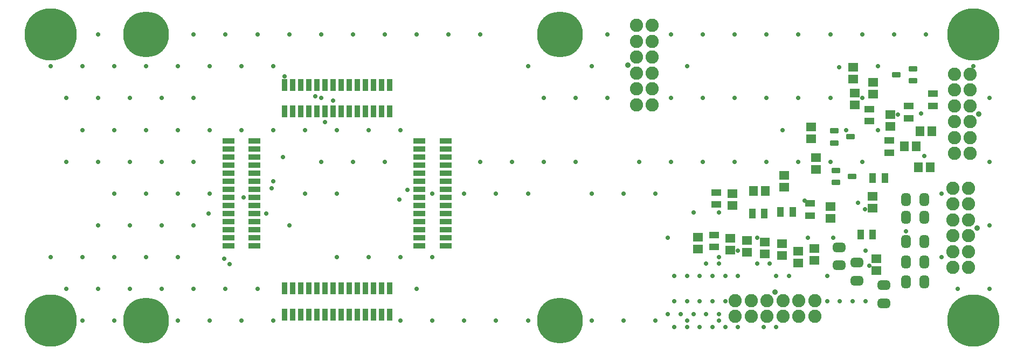
<source format=gts>
G04*
G04 #@! TF.GenerationSoftware,Altium Limited,Altium Designer,24.0.1 (36)*
G04*
G04 Layer_Color=8388736*
%FSLAX44Y44*%
%MOMM*%
G71*
G04*
G04 #@! TF.SameCoordinates,0FB82E01-D644-434E-A1D8-1B95A2BBF3EB*
G04*
G04*
G04 #@! TF.FilePolarity,Negative*
G04*
G01*
G75*
%ADD23R,1.5032X1.1032*%
%ADD24R,1.1032X1.5032*%
%ADD25R,0.9432X1.9032*%
%ADD26R,1.9032X0.9432*%
G04:AMPARAMS|DCode=27|XSize=0.8532mm|YSize=1.4032mm|CornerRadius=0.2641mm|HoleSize=0mm|Usage=FLASHONLY|Rotation=90.000|XOffset=0mm|YOffset=0mm|HoleType=Round|Shape=RoundedRectangle|*
%AMROUNDEDRECTD27*
21,1,0.8532,0.8750,0,0,90.0*
21,1,0.3250,1.4032,0,0,90.0*
1,1,0.5282,0.4375,0.1625*
1,1,0.5282,0.4375,-0.1625*
1,1,0.5282,-0.4375,-0.1625*
1,1,0.5282,-0.4375,0.1625*
%
%ADD27ROUNDEDRECTD27*%
%ADD28R,1.3532X1.5532*%
%ADD29R,1.5532X1.3532*%
G04:AMPARAMS|DCode=30|XSize=1.9532mm|YSize=1.4532mm|CornerRadius=0.4141mm|HoleSize=0mm|Usage=FLASHONLY|Rotation=180.000|XOffset=0mm|YOffset=0mm|HoleType=Round|Shape=RoundedRectangle|*
%AMROUNDEDRECTD30*
21,1,1.9532,0.6250,0,0,180.0*
21,1,1.1250,1.4532,0,0,180.0*
1,1,0.8282,-0.5625,0.3125*
1,1,0.8282,0.5625,0.3125*
1,1,0.8282,0.5625,-0.3125*
1,1,0.8282,-0.5625,-0.3125*
%
%ADD30ROUNDEDRECTD30*%
G04:AMPARAMS|DCode=31|XSize=1.9532mm|YSize=1.4532mm|CornerRadius=0.4141mm|HoleSize=0mm|Usage=FLASHONLY|Rotation=90.000|XOffset=0mm|YOffset=0mm|HoleType=Round|Shape=RoundedRectangle|*
%AMROUNDEDRECTD31*
21,1,1.9532,0.6250,0,0,90.0*
21,1,1.1250,1.4532,0,0,90.0*
1,1,0.8282,0.3125,0.5625*
1,1,0.8282,0.3125,-0.5625*
1,1,0.8282,-0.3125,-0.5625*
1,1,0.8282,-0.3125,0.5625*
%
%ADD31ROUNDEDRECTD31*%
%ADD32C,2.0782*%
%ADD33C,7.2032*%
%ADD34C,8.2032*%
%ADD35C,0.8782*%
%ADD36C,0.7032*%
%ADD37C,0.9032*%
D23*
X1398270Y387350D02*
D03*
X1436370Y407010D02*
D03*
X1336040Y363880D02*
D03*
X1367790Y333350D02*
D03*
X1096010Y251460D02*
D03*
Y232460D02*
D03*
X1367790Y314350D02*
D03*
X1336040Y382880D02*
D03*
X1436370Y388010D02*
D03*
X1398270Y368350D02*
D03*
X1092200Y184760D02*
D03*
Y165760D02*
D03*
X1243330Y215290D02*
D03*
Y234290D02*
D03*
D24*
X1341780Y274320D02*
D03*
X1322730Y185420D02*
D03*
X1341730D02*
D03*
X1360780Y274320D02*
D03*
X1171550Y218440D02*
D03*
X1152550D02*
D03*
X1197000Y220980D02*
D03*
X1216000D02*
D03*
D25*
X582550Y59500D02*
D03*
Y100500D02*
D03*
X569850D02*
D03*
X557150D02*
D03*
X544450D02*
D03*
X531750D02*
D03*
X569850Y59500D02*
D03*
X557150D02*
D03*
X544450D02*
D03*
X531750D02*
D03*
X480950Y100500D02*
D03*
X468250D02*
D03*
X480950Y59500D02*
D03*
X468250D02*
D03*
X442850Y100500D02*
D03*
X430150D02*
D03*
X442850Y59500D02*
D03*
X430150D02*
D03*
X417450D02*
D03*
Y100500D02*
D03*
X455550Y59500D02*
D03*
Y100500D02*
D03*
X493650Y59500D02*
D03*
Y100500D02*
D03*
X506350Y59500D02*
D03*
X519050D02*
D03*
X506350Y100500D02*
D03*
X519050D02*
D03*
X582550Y420500D02*
D03*
X569850D02*
D03*
X557150D02*
D03*
X544450D02*
D03*
X531750D02*
D03*
X582550Y379500D02*
D03*
X569850D02*
D03*
X557150D02*
D03*
X544450D02*
D03*
X531750D02*
D03*
X480950Y420500D02*
D03*
X468250D02*
D03*
X480950Y379500D02*
D03*
X468250D02*
D03*
X442850Y420500D02*
D03*
X430150D02*
D03*
X442850Y379500D02*
D03*
X430150D02*
D03*
X417450D02*
D03*
Y420500D02*
D03*
X455550Y379500D02*
D03*
Y420500D02*
D03*
X493650Y379500D02*
D03*
Y420500D02*
D03*
X506350Y379500D02*
D03*
X519050D02*
D03*
X506350Y420500D02*
D03*
X519050D02*
D03*
D26*
X670500Y192850D02*
D03*
X329500Y332550D02*
D03*
Y319850D02*
D03*
Y307150D02*
D03*
Y294450D02*
D03*
Y281750D02*
D03*
X370500Y332550D02*
D03*
Y319850D02*
D03*
Y307150D02*
D03*
Y294450D02*
D03*
Y281750D02*
D03*
X329500Y230950D02*
D03*
Y218250D02*
D03*
X370500Y230950D02*
D03*
Y218250D02*
D03*
X329500Y192850D02*
D03*
Y180150D02*
D03*
X370500Y192850D02*
D03*
Y180150D02*
D03*
Y167450D02*
D03*
X329500D02*
D03*
X370500Y205550D02*
D03*
X329500D02*
D03*
X370500Y243650D02*
D03*
X329500D02*
D03*
X370500Y256350D02*
D03*
Y269050D02*
D03*
X329500Y256350D02*
D03*
Y269050D02*
D03*
X670500Y167450D02*
D03*
Y180150D02*
D03*
Y205550D02*
D03*
Y218250D02*
D03*
X629500Y167450D02*
D03*
Y180150D02*
D03*
Y192850D02*
D03*
Y205550D02*
D03*
Y218250D02*
D03*
X670500Y269050D02*
D03*
Y281750D02*
D03*
X629500Y269050D02*
D03*
Y281750D02*
D03*
X670500Y307150D02*
D03*
Y319850D02*
D03*
X629500Y307150D02*
D03*
Y319850D02*
D03*
Y332550D02*
D03*
X670500D02*
D03*
X629500Y294450D02*
D03*
X670500D02*
D03*
X629500Y256350D02*
D03*
X670500D02*
D03*
X629500Y243650D02*
D03*
Y230950D02*
D03*
X670500Y243650D02*
D03*
Y230950D02*
D03*
D27*
X1283670Y267360D02*
D03*
X1404920Y446380D02*
D03*
X1281130Y329590D02*
D03*
X1378920Y436880D02*
D03*
X1404920Y427380D02*
D03*
X1309670Y276860D02*
D03*
X1283670Y286360D02*
D03*
X1307130Y339090D02*
D03*
X1281130Y348590D02*
D03*
D28*
X1410060Y323850D02*
D03*
X1413150Y290830D02*
D03*
X1431650D02*
D03*
X1415690Y347980D02*
D03*
X1434190D02*
D03*
X1391560Y323850D02*
D03*
X1154070Y254000D02*
D03*
X1172570D02*
D03*
D29*
X1341120Y226970D02*
D03*
X1347470Y147320D02*
D03*
Y128820D02*
D03*
X1275080Y210460D02*
D03*
Y228960D02*
D03*
X1121410Y230780D02*
D03*
Y249280D02*
D03*
X1066800Y180700D02*
D03*
Y162200D02*
D03*
X1117600Y160930D02*
D03*
Y179430D02*
D03*
X1249680Y144420D02*
D03*
Y162920D02*
D03*
X1172210Y154580D02*
D03*
Y173080D02*
D03*
X1198880Y152040D02*
D03*
Y170540D02*
D03*
X1144270Y157120D02*
D03*
Y175620D02*
D03*
X1341120Y245470D02*
D03*
X1342390Y424900D02*
D03*
Y406400D02*
D03*
X1313180Y389530D02*
D03*
Y408030D02*
D03*
X1369060Y373740D02*
D03*
Y355240D02*
D03*
X1252220Y306430D02*
D03*
Y287930D02*
D03*
X1310640Y430170D02*
D03*
Y448670D02*
D03*
X1244600Y354690D02*
D03*
Y336190D02*
D03*
X1224280Y158750D02*
D03*
Y140250D02*
D03*
X1202690Y278490D02*
D03*
Y259990D02*
D03*
D30*
X1358900Y77190D02*
D03*
Y105690D02*
D03*
X1289050Y165380D02*
D03*
Y136880D02*
D03*
X1316990Y141250D02*
D03*
Y112750D02*
D03*
D31*
X1394180Y173990D02*
D03*
X1422680D02*
D03*
X1394180Y110490D02*
D03*
X1422680D02*
D03*
X1394180Y142240D02*
D03*
X1422680D02*
D03*
X1422680Y240030D02*
D03*
X1394180D02*
D03*
X1422680Y212090D02*
D03*
X1394180D02*
D03*
D32*
X1175620Y56500D02*
D03*
X970280Y439420D02*
D03*
X1494790Y437820D02*
D03*
X1469790D02*
D03*
Y412820D02*
D03*
Y387820D02*
D03*
Y362820D02*
D03*
Y337820D02*
D03*
Y312820D02*
D03*
X1494790Y412820D02*
D03*
Y387820D02*
D03*
Y362820D02*
D03*
Y337820D02*
D03*
Y312820D02*
D03*
X1467250Y258280D02*
D03*
Y233280D02*
D03*
Y208280D02*
D03*
Y183280D02*
D03*
Y158280D02*
D03*
Y133280D02*
D03*
X1492250Y258280D02*
D03*
Y233280D02*
D03*
Y208280D02*
D03*
Y183280D02*
D03*
Y158280D02*
D03*
Y133280D02*
D03*
X1125620Y56500D02*
D03*
X1150620D02*
D03*
X1200620D02*
D03*
X1225620D02*
D03*
X1250620D02*
D03*
X1125620Y81500D02*
D03*
X1150620D02*
D03*
X1175620D02*
D03*
X1200620D02*
D03*
X1225620D02*
D03*
X1250620D02*
D03*
X995280Y389420D02*
D03*
Y414420D02*
D03*
Y439420D02*
D03*
Y464420D02*
D03*
Y489420D02*
D03*
Y514420D02*
D03*
X970280Y389420D02*
D03*
Y414420D02*
D03*
Y464420D02*
D03*
Y489420D02*
D03*
Y514420D02*
D03*
D33*
X200000Y500000D02*
D03*
X850000D02*
D03*
Y50000D02*
D03*
X200000D02*
D03*
D34*
X1500000Y500000D02*
D03*
X50000D02*
D03*
X1500000Y50000D02*
D03*
X50000D02*
D03*
D35*
X1508190Y375320D02*
D03*
X1505650Y195780D02*
D03*
X1188120Y94900D02*
D03*
X956880Y451920D02*
D03*
D36*
X1500000Y450000D02*
D03*
X1525000Y400000D02*
D03*
Y300000D02*
D03*
Y200000D02*
D03*
Y100000D02*
D03*
X1450000Y250000D02*
D03*
Y150000D02*
D03*
X1475000Y100000D02*
D03*
X1425000Y500000D02*
D03*
X1375000D02*
D03*
X1350000Y450000D02*
D03*
Y350000D02*
D03*
X1325000Y500000D02*
D03*
Y400000D02*
D03*
X1300000Y350000D02*
D03*
X1325000Y300000D02*
D03*
X1275000Y500000D02*
D03*
Y400000D02*
D03*
Y300000D02*
D03*
X1225000Y500000D02*
D03*
Y400000D02*
D03*
X1200000Y350000D02*
D03*
X1225000Y300000D02*
D03*
X1175000Y500000D02*
D03*
Y400000D02*
D03*
Y300000D02*
D03*
X1125000Y500000D02*
D03*
Y400000D02*
D03*
Y300000D02*
D03*
X1100000Y150000D02*
D03*
Y50000D02*
D03*
X1075000Y500000D02*
D03*
X1050000Y450000D02*
D03*
X1075000Y400000D02*
D03*
Y300000D02*
D03*
X1050000Y50000D02*
D03*
X1025000Y500000D02*
D03*
Y400000D02*
D03*
Y300000D02*
D03*
X1000000Y250000D02*
D03*
Y50000D02*
D03*
X975000Y300000D02*
D03*
X950000Y250000D02*
D03*
Y50000D02*
D03*
X925000Y500000D02*
D03*
X900000Y450000D02*
D03*
X925000Y400000D02*
D03*
X900000Y250000D02*
D03*
Y50000D02*
D03*
X875000Y400000D02*
D03*
Y300000D02*
D03*
X800000Y450000D02*
D03*
X825000Y400000D02*
D03*
Y300000D02*
D03*
X800000Y250000D02*
D03*
Y50000D02*
D03*
X775000Y300000D02*
D03*
X750000Y250000D02*
D03*
Y50000D02*
D03*
X725000Y500000D02*
D03*
Y300000D02*
D03*
X700000Y250000D02*
D03*
Y50000D02*
D03*
X675000Y500000D02*
D03*
X650000Y250000D02*
D03*
Y150000D02*
D03*
Y50000D02*
D03*
X625000Y500000D02*
D03*
X600000Y350000D02*
D03*
Y150000D02*
D03*
X625000Y100000D02*
D03*
X600000Y50000D02*
D03*
X575000Y500000D02*
D03*
X550000Y350000D02*
D03*
X575000Y300000D02*
D03*
X550000Y150000D02*
D03*
X525000Y500000D02*
D03*
X500000Y350000D02*
D03*
X525000Y300000D02*
D03*
X500000Y250000D02*
D03*
Y150000D02*
D03*
X475000Y500000D02*
D03*
Y400000D02*
D03*
X450000Y350000D02*
D03*
X475000Y300000D02*
D03*
X450000Y250000D02*
D03*
X425000Y500000D02*
D03*
X400000Y450000D02*
D03*
Y350000D02*
D03*
X425000Y200000D02*
D03*
X400000Y50000D02*
D03*
X375000Y500000D02*
D03*
X350000Y450000D02*
D03*
Y350000D02*
D03*
X375000Y100000D02*
D03*
X350000Y50000D02*
D03*
X325000Y500000D02*
D03*
X300000Y450000D02*
D03*
Y350000D02*
D03*
Y250000D02*
D03*
X325000Y100000D02*
D03*
X300000Y50000D02*
D03*
X275000Y500000D02*
D03*
X250000Y450000D02*
D03*
X275000Y400000D02*
D03*
X250000Y350000D02*
D03*
X275000Y300000D02*
D03*
X250000Y250000D02*
D03*
X275000Y200000D02*
D03*
X250000Y150000D02*
D03*
X275000Y100000D02*
D03*
X250000Y50000D02*
D03*
X200000Y450000D02*
D03*
X225000Y400000D02*
D03*
X200000Y350000D02*
D03*
X225000Y300000D02*
D03*
X200000Y250000D02*
D03*
X225000Y200000D02*
D03*
X200000Y150000D02*
D03*
X225000Y100000D02*
D03*
X150000Y450000D02*
D03*
X175000Y400000D02*
D03*
X150000Y350000D02*
D03*
X175000Y300000D02*
D03*
X150000Y250000D02*
D03*
X175000Y200000D02*
D03*
X150000Y150000D02*
D03*
X175000Y100000D02*
D03*
X150000Y50000D02*
D03*
X125000Y500000D02*
D03*
X100000Y450000D02*
D03*
X125000Y400000D02*
D03*
X100000Y350000D02*
D03*
X125000Y300000D02*
D03*
Y200000D02*
D03*
X100000Y150000D02*
D03*
X125000Y100000D02*
D03*
X100000Y50000D02*
D03*
X50000Y450000D02*
D03*
X75000Y400000D02*
D03*
Y300000D02*
D03*
X50000Y150000D02*
D03*
X75000Y100000D02*
D03*
X1234440Y238760D02*
D03*
X1318260Y234950D02*
D03*
X1422400Y308610D02*
D03*
X1417320Y375920D02*
D03*
X1330001Y160000D02*
D03*
Y80000D02*
D03*
X1310001D02*
D03*
X1280001Y180000D02*
D03*
X1290001Y80000D02*
D03*
X1270001Y120000D02*
D03*
Y80000D02*
D03*
X1240001Y180000D02*
D03*
X1210001Y120000D02*
D03*
X1180001Y140000D02*
D03*
X1190001Y120000D02*
D03*
Y40000D02*
D03*
X1160001Y180000D02*
D03*
Y140000D02*
D03*
X1170001Y40000D02*
D03*
X1130001Y160000D02*
D03*
Y120000D02*
D03*
Y40000D02*
D03*
X1100001Y220000D02*
D03*
Y140000D02*
D03*
X1110001Y120000D02*
D03*
Y80000D02*
D03*
X1100001Y60000D02*
D03*
X1110001Y40000D02*
D03*
X1080001Y140000D02*
D03*
X1090001Y120000D02*
D03*
Y80000D02*
D03*
X1080001Y60000D02*
D03*
X1090001Y40000D02*
D03*
X1060001Y220000D02*
D03*
X1070001Y120000D02*
D03*
Y80000D02*
D03*
X1060001Y60000D02*
D03*
X1070001Y40000D02*
D03*
X1050001Y120000D02*
D03*
Y80000D02*
D03*
X1040001Y60000D02*
D03*
X1050001Y40000D02*
D03*
X1020001Y180000D02*
D03*
X1030001Y120000D02*
D03*
Y80000D02*
D03*
X1020001Y60000D02*
D03*
X1030001Y40000D02*
D03*
X1329870Y224790D02*
D03*
X1336040Y135890D02*
D03*
X466090Y402590D02*
D03*
X1394180Y190220D02*
D03*
X1381400Y373740D02*
D03*
X1289050Y448670D02*
D03*
X417830Y434340D02*
D03*
X331470Y138430D02*
D03*
X298260Y218250D02*
D03*
X629920Y218440D02*
D03*
X388967Y218134D02*
D03*
X322580Y147320D02*
D03*
X629920Y205740D02*
D03*
Y193040D02*
D03*
X610870Y255270D02*
D03*
X598170Y240030D02*
D03*
X582930Y100330D02*
D03*
X569850Y100500D02*
D03*
X481330Y361950D02*
D03*
X494030Y396240D02*
D03*
X415290Y307340D02*
D03*
X397510Y257810D02*
D03*
X400050Y269240D02*
D03*
X353060Y243840D02*
D03*
D37*
X220000Y480000D02*
D03*
X172500Y500000D02*
D03*
X227500D02*
D03*
X180000Y520000D02*
D03*
X220000D02*
D03*
X200000Y527500D02*
D03*
Y472500D02*
D03*
X180000Y480000D02*
D03*
X850000Y472500D02*
D03*
X830000Y480000D02*
D03*
X870000D02*
D03*
X822500Y500000D02*
D03*
X877500D02*
D03*
X830000Y520000D02*
D03*
X870000D02*
D03*
X850000Y527500D02*
D03*
X822500Y50000D02*
D03*
X830000Y30000D02*
D03*
Y70000D02*
D03*
X850000Y77500D02*
D03*
Y22500D02*
D03*
X870000Y30000D02*
D03*
Y70000D02*
D03*
X877500Y50000D02*
D03*
X172500D02*
D03*
X200000Y22500D02*
D03*
X180000Y30000D02*
D03*
X220000D02*
D03*
X227500Y50000D02*
D03*
X180000Y70000D02*
D03*
X220000D02*
D03*
X200000Y77500D02*
D03*
X1480000Y520000D02*
D03*
X1472500Y500000D02*
D03*
X1500000Y472500D02*
D03*
X1480000Y480000D02*
D03*
X1520000D02*
D03*
X1527500Y500000D02*
D03*
X1520000Y520000D02*
D03*
X1500000Y527500D02*
D03*
X30000Y480000D02*
D03*
X22500Y500000D02*
D03*
X77500D02*
D03*
X30000Y520000D02*
D03*
X70000D02*
D03*
X50000Y527500D02*
D03*
Y472500D02*
D03*
X70000Y480000D02*
D03*
X1500000Y22500D02*
D03*
X1480000Y30000D02*
D03*
X1520000D02*
D03*
X1527500Y50000D02*
D03*
X1480000Y70000D02*
D03*
X1520000D02*
D03*
X1500000Y77500D02*
D03*
X1472500Y50000D02*
D03*
X30000Y30000D02*
D03*
X77500Y50000D02*
D03*
X70000Y30000D02*
D03*
X50000Y22500D02*
D03*
X22500Y50000D02*
D03*
X50000Y77500D02*
D03*
X30000Y70000D02*
D03*
X70000D02*
D03*
M02*

</source>
